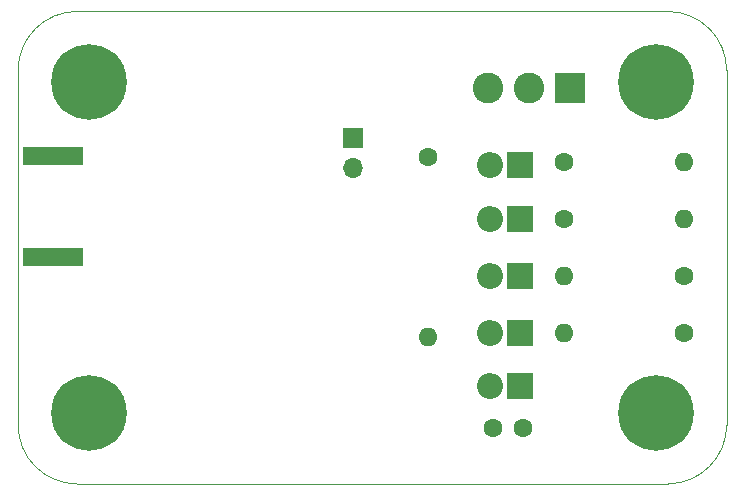
<source format=gbr>
%TF.GenerationSoftware,KiCad,Pcbnew,(5.1.8)-1*%
%TF.CreationDate,2021-02-09T11:56:48+01:00*%
%TF.ProjectId,500-1000-cvco,3530302d-3130-4303-902d-6376636f2e6b,rev?*%
%TF.SameCoordinates,Original*%
%TF.FileFunction,Soldermask,Bot*%
%TF.FilePolarity,Negative*%
%FSLAX46Y46*%
G04 Gerber Fmt 4.6, Leading zero omitted, Abs format (unit mm)*
G04 Created by KiCad (PCBNEW (5.1.8)-1) date 2021-02-09 11:56:48*
%MOMM*%
%LPD*%
G01*
G04 APERTURE LIST*
%TA.AperFunction,Profile*%
%ADD10C,0.050000*%
%TD*%
%ADD11R,5.080000X1.500000*%
%ADD12C,0.800000*%
%ADD13C,6.400000*%
%ADD14R,2.200000X2.200000*%
%ADD15O,2.200000X2.200000*%
%ADD16O,1.600000X1.600000*%
%ADD17C,1.600000*%
%ADD18R,2.600000X2.600000*%
%ADD19C,2.600000*%
%ADD20R,1.700000X1.700000*%
%ADD21O,1.700000X1.700000*%
G04 APERTURE END LIST*
D10*
X105000000Y-90000000D02*
G75*
G02*
X100000000Y-85000000I0J5000000D01*
G01*
X160000000Y-85000000D02*
G75*
G02*
X155000000Y-90000000I-5000000J0D01*
G01*
X155000000Y-50000000D02*
G75*
G02*
X160000000Y-55000000I0J-5000000D01*
G01*
X100000000Y-55000000D02*
G75*
G02*
X105000000Y-50000000I5000000J0D01*
G01*
X100000000Y-85000000D02*
X100000000Y-55000000D01*
X155000000Y-90000000D02*
X105000000Y-90000000D01*
X160000000Y-55000000D02*
X160000000Y-85000000D01*
X105000000Y-50000000D02*
X155000000Y-50000000D01*
D11*
%TO.C,J2*%
X103000000Y-70750000D03*
X103000000Y-62250000D03*
%TD*%
D12*
%TO.C,H1*%
X107697056Y-54302944D03*
X106000000Y-53600000D03*
X104302944Y-54302944D03*
X103600000Y-56000000D03*
X104302944Y-57697056D03*
X106000000Y-58400000D03*
X107697056Y-57697056D03*
X108400000Y-56000000D03*
D13*
X106000000Y-56000000D03*
%TD*%
%TO.C,H2*%
X154010000Y-56000000D03*
D12*
X156410000Y-56000000D03*
X155707056Y-57697056D03*
X154010000Y-58400000D03*
X152312944Y-57697056D03*
X151610000Y-56000000D03*
X152312944Y-54302944D03*
X154010000Y-53600000D03*
X155707056Y-54302944D03*
%TD*%
%TO.C,H3*%
X107697056Y-82302944D03*
X106000000Y-81600000D03*
X104302944Y-82302944D03*
X103600000Y-84000000D03*
X104302944Y-85697056D03*
X106000000Y-86400000D03*
X107697056Y-85697056D03*
X108400000Y-84000000D03*
D13*
X106000000Y-84000000D03*
%TD*%
%TO.C,H4*%
X154010000Y-84000000D03*
D12*
X156410000Y-84000000D03*
X155707056Y-85697056D03*
X154010000Y-86400000D03*
X152312944Y-85697056D03*
X151610000Y-84000000D03*
X152312944Y-82302944D03*
X154010000Y-81600000D03*
X155707056Y-82302944D03*
%TD*%
D14*
%TO.C,D1*%
X142540000Y-81733532D03*
D15*
X140000000Y-81733532D03*
%TD*%
%TO.C,D2*%
X140000000Y-72410000D03*
D14*
X142540000Y-72410000D03*
%TD*%
%TO.C,D3*%
X142540000Y-67590000D03*
D15*
X140000000Y-67590000D03*
%TD*%
%TO.C,D4*%
X140000000Y-63016468D03*
D14*
X142540000Y-63016468D03*
%TD*%
%TO.C,D5*%
X142540000Y-77230000D03*
D15*
X140000000Y-77230000D03*
%TD*%
D16*
%TO.C,R2*%
X146250000Y-77230000D03*
D17*
X156410000Y-77230000D03*
%TD*%
%TO.C,R3*%
X156410000Y-72410000D03*
D16*
X146250000Y-72410000D03*
%TD*%
%TO.C,R4*%
X156410000Y-62770000D03*
D17*
X146250000Y-62770000D03*
%TD*%
%TO.C,R5*%
X146250000Y-67590000D03*
D16*
X156410000Y-67590000D03*
%TD*%
D18*
%TO.C,J1*%
X146750000Y-56500000D03*
D19*
X143250000Y-56500000D03*
X139750000Y-56500000D03*
%TD*%
D17*
%TO.C,C1*%
X140218234Y-85250000D03*
X142718234Y-85250000D03*
%TD*%
D20*
%TO.C,JP1*%
X128375000Y-60710000D03*
D21*
X128375000Y-63250000D03*
%TD*%
D17*
%TO.C,R1*%
X134750000Y-62320000D03*
D16*
X134750000Y-77560000D03*
%TD*%
M02*

</source>
